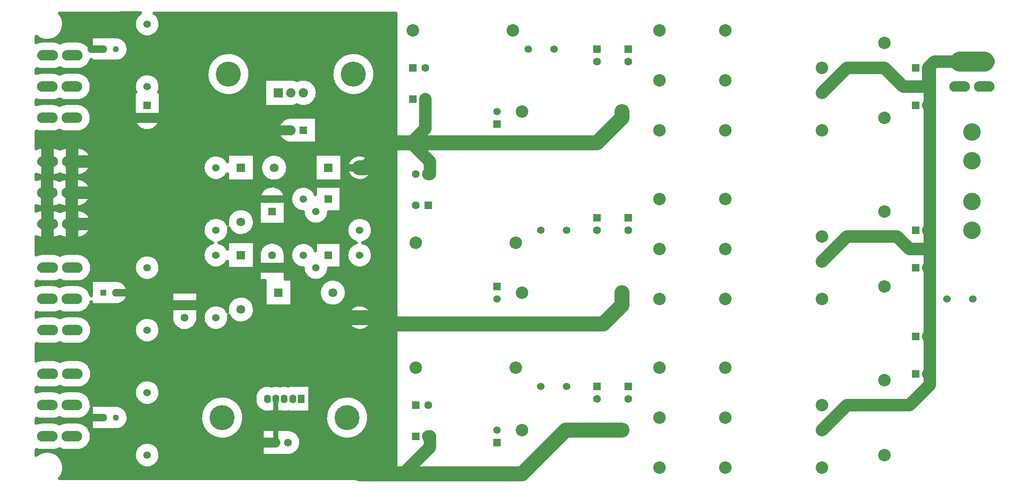
<source format=gtl>
G04 DipTrace 2.4.0.2*
%INpsu_1.GTL*%
%MOMM*%
%ADD13C,2.032*%
%ADD14C,1.524*%
%ADD15C,1.016*%
%ADD16C,1.27*%
%ADD17C,4.064*%
%ADD19C,2.54*%
%ADD21C,3.048*%
%ADD24C,0.635*%
%ADD25R,1.6X1.6*%
%ADD26C,1.6*%
%ADD29R,1.8X1.8*%
%ADD30C,1.8*%
%ADD32C,3.556*%
%ADD33R,1.5X1.5*%
%ADD34C,1.5*%
%ADD36R,1.27X1.27*%
%ADD37C,2.54*%
%ADD38C,1.524*%
%ADD39R,1.4X1.8*%
%ADD40O,1.4X1.8*%
%ADD41R,1.9X1.9*%
%ADD42C,1.9*%
%ADD46C,5.08*%
%FSLAX53Y53*%
G04*
G71*
G90*
G75*
G01*
%LNTop*%
%LPD*%
X194150Y96360D2*
D19*
X194468D1*
Y88740D1*
X194150D1*
X194468D2*
Y63340D1*
X194150D1*
X194468D2*
Y55720D1*
X194150D1*
X194468D2*
Y41750D1*
X194150D1*
X194468D2*
Y34130D1*
X194150D1*
X194468D2*
Y31908D1*
X190340Y27780D1*
X185260D1*
X194468Y63340D2*
Y59530D1*
X190340D1*
X187800Y62070D1*
X185260D1*
X194150Y96360D2*
Y92550D1*
X189070D1*
X185260Y96360D1*
X200580Y97630D2*
X195420D1*
X194150Y96360D1*
X200580Y97630D2*
D17*
X205580D1*
X185260Y62070D2*
D19*
X177640D1*
X172560Y56990D1*
X185260Y96360D2*
X177640D1*
X172560Y91280D1*
X185260Y27780D2*
X177640D1*
X172560Y22700D1*
X131920Y87470D2*
D21*
Y86200D1*
X126840Y81120D1*
X89058D1*
X84930D1*
X79850Y76040D1*
X78580D1*
X131920Y50640D2*
Y48100D1*
X128110Y44290D1*
X83660D1*
X82390Y45560D1*
X78580D1*
X131920Y22700D2*
X120490D1*
X111600Y13810D1*
X87471D1*
X78580D1*
X69690Y22700D1*
Y40480D1*
X74770Y45560D1*
X78580D1*
X92550Y74770D2*
D19*
X92868D1*
Y77311D1*
X89058Y81120D1*
X92550Y21430D2*
X92868D1*
Y19207D1*
X87471Y13810D1*
X61544Y29050D2*
D15*
Y20269D1*
X61435Y20160D1*
X91915Y90010D2*
D19*
Y83977D1*
X89058Y81120D1*
X18115Y106841D2*
D24*
X33248D1*
X37552D2*
X85824D1*
X18373Y106209D2*
X32891D1*
X37909D2*
X85824D1*
X18492Y105578D2*
X32732D1*
X38068D2*
X85824D1*
X18492Y104946D2*
X32722D1*
X38078D2*
X85824D1*
X18373Y104314D2*
X32881D1*
X37919D2*
X85824D1*
X18125Y103683D2*
X33228D1*
X37572D2*
X85824D1*
X17688Y103051D2*
X33893D1*
X36907D2*
X85824D1*
X16964Y102419D2*
X23941D1*
X30210D2*
X85824D1*
X12921Y101788D2*
X13652D1*
X16667D2*
X18653D1*
X21667D2*
X23941D1*
X31023D2*
X85824D1*
X23146Y101156D2*
X23941D1*
X31410D2*
X85824D1*
X31589Y100524D2*
X85824D1*
X31599Y99893D2*
X85824D1*
X31440Y99261D2*
X50423D1*
X53397D2*
X75823D1*
X78797D2*
X85824D1*
X31083Y98629D2*
X49222D1*
X54598D2*
X74622D1*
X79998D2*
X85824D1*
X30349Y97998D2*
X48538D1*
X55282D2*
X73938D1*
X80682D2*
X85824D1*
X23771Y97366D2*
X48071D1*
X55749D2*
X73471D1*
X81149D2*
X85824D1*
X23245Y96734D2*
X47754D1*
X56066D2*
X73154D1*
X81466D2*
X85824D1*
X17133Y96103D2*
X18187D1*
X22133D2*
X47555D1*
X56265D2*
X72955D1*
X81665D2*
X85824D1*
X12921Y95471D2*
X13821D1*
X16339D2*
X18812D1*
X21340D2*
X47456D1*
X56364D2*
X72856D1*
X81764D2*
X85824D1*
X23026Y94839D2*
X34042D1*
X36758D2*
X47446D1*
X56374D2*
X72846D1*
X81774D2*
X85824D1*
X23612Y94208D2*
X33298D1*
X37502D2*
X47526D1*
X56294D2*
X72926D1*
X81694D2*
X85824D1*
X23929Y93576D2*
X32921D1*
X37879D2*
X47704D1*
X56116D2*
X59194D1*
X68846D2*
X73104D1*
X81516D2*
X85824D1*
X24098Y92944D2*
X32742D1*
X38058D2*
X48002D1*
X55818D2*
X59194D1*
X69491D2*
X73402D1*
X81218D2*
X85824D1*
X24108Y92313D2*
X32722D1*
X38078D2*
X48428D1*
X55392D2*
X59194D1*
X69838D2*
X73828D1*
X80792D2*
X85824D1*
X23979Y91681D2*
X32851D1*
X37949D2*
X49054D1*
X54767D2*
X59194D1*
X69997D2*
X74454D1*
X80167D2*
X85824D1*
X23711Y91049D2*
X32672D1*
X38128D2*
X50085D1*
X53735D2*
X59194D1*
X70016D2*
X75485D1*
X79135D2*
X85824D1*
X23205Y90418D2*
X32672D1*
X38128D2*
X59194D1*
X69897D2*
X85824D1*
X17163Y89786D2*
X17998D1*
X22163D2*
X32672D1*
X38128D2*
X59194D1*
X69600D2*
X85824D1*
X12921Y89154D2*
X32672D1*
X38128D2*
X59194D1*
X69064D2*
X85824D1*
X22977Y88523D2*
X32672D1*
X38128D2*
X59194D1*
X65244D2*
X66516D1*
X67784D2*
X85824D1*
X23582Y87891D2*
X32672D1*
X38128D2*
X85824D1*
X23909Y87259D2*
X32672D1*
X38128D2*
X85824D1*
X24098Y86628D2*
X32672D1*
X38128D2*
X85824D1*
X24118Y85996D2*
X32682D1*
X38118D2*
X63262D1*
X69878D2*
X85824D1*
X23999Y85364D2*
X32801D1*
X37999D2*
X62498D1*
X69878D2*
X85824D1*
X23731Y84733D2*
X33109D1*
X37691D2*
X62101D1*
X69878D2*
X85824D1*
X23235Y84101D2*
X33694D1*
X37106D2*
X61912D1*
X69878D2*
X85824D1*
X17252Y83469D2*
X17909D1*
X22253D2*
X61882D1*
X69878D2*
X85824D1*
X12921Y82838D2*
X62011D1*
X69878D2*
X85824D1*
X12921Y82206D2*
X62309D1*
X69878D2*
X85824D1*
X12921Y81574D2*
X62885D1*
X69878D2*
X85824D1*
X12921Y80943D2*
X85824D1*
X12921Y80311D2*
X85824D1*
X22997Y79679D2*
X85824D1*
X23622Y79048D2*
X85824D1*
X23979Y78416D2*
X48180D1*
X50560D2*
X51623D1*
X57277D2*
X59700D1*
X62664D2*
X69403D1*
X75057D2*
X77390D1*
X79770D2*
X85824D1*
X24167Y77784D2*
X47337D1*
X57277D2*
X58965D1*
X63389D2*
X69403D1*
X75057D2*
X76547D1*
X80613D2*
X85824D1*
X24197Y77153D2*
X46920D1*
X57277D2*
X58588D1*
X63776D2*
X69403D1*
X75057D2*
X76130D1*
X81030D2*
X85824D1*
X24088Y76521D2*
X46722D1*
X57277D2*
X58390D1*
X63964D2*
X69403D1*
X75057D2*
X75932D1*
X81228D2*
X85824D1*
X23840Y75889D2*
X46682D1*
X57277D2*
X58350D1*
X64004D2*
X69403D1*
X75057D2*
X75892D1*
X81268D2*
X85824D1*
X23354Y75258D2*
X46801D1*
X57277D2*
X58459D1*
X63895D2*
X69403D1*
X75057D2*
X76011D1*
X81149D2*
X85824D1*
X17440Y74626D2*
X17879D1*
X22441D2*
X47089D1*
X57277D2*
X58737D1*
X63617D2*
X69403D1*
X75057D2*
X76299D1*
X80861D2*
X85824D1*
X12921Y73994D2*
X47655D1*
X51086D2*
X51623D1*
X57277D2*
X59253D1*
X63111D2*
X69403D1*
X75057D2*
X76865D1*
X80296D2*
X85824D1*
X22858Y73363D2*
X51623D1*
X57277D2*
X60424D1*
X61940D2*
X69403D1*
X75057D2*
X85824D1*
X23513Y72731D2*
X85824D1*
X23890Y72099D2*
X59591D1*
X62009D2*
X66070D1*
X68231D2*
X69552D1*
X74908D2*
X85824D1*
X24088Y71468D2*
X58747D1*
X62853D2*
X65167D1*
X69133D2*
X69559D1*
X74908D2*
X85824D1*
X24118Y70836D2*
X58330D1*
X63270D2*
X64730D1*
X74908D2*
X85824D1*
X24019Y70204D2*
X58122D1*
X63478D2*
X64522D1*
X74908D2*
X85824D1*
X23781Y69573D2*
X58072D1*
X63528D2*
X64472D1*
X74908D2*
X85824D1*
X23304Y68941D2*
X58072D1*
X63528D2*
X64581D1*
X74908D2*
X85824D1*
X22431Y68309D2*
X58072D1*
X63528D2*
X64859D1*
X74908D2*
X85824D1*
X12921Y67678D2*
X53727D1*
X55173D2*
X58072D1*
X63528D2*
X65415D1*
X74908D2*
X85824D1*
X22888Y67046D2*
X52536D1*
X56364D2*
X58072D1*
X63528D2*
X67012D1*
X72368D2*
X85824D1*
X23572Y66414D2*
X52010D1*
X56890D2*
X58072D1*
X63528D2*
X67111D1*
X72269D2*
X85824D1*
X23949Y65783D2*
X48339D1*
X50401D2*
X51732D1*
X57168D2*
X58072D1*
X63528D2*
X67399D1*
X71981D2*
X77549D1*
X79611D2*
X85824D1*
X24158Y65151D2*
X47397D1*
X57277D2*
X58072D1*
X63528D2*
X67935D1*
X71445D2*
X76607D1*
X80553D2*
X85824D1*
X24197Y64519D2*
X46960D1*
X57237D2*
X58072D1*
X63528D2*
X76170D1*
X80990D2*
X85824D1*
X24118Y63888D2*
X46732D1*
X57049D2*
X75942D1*
X81218D2*
X85824D1*
X23880Y63256D2*
X46682D1*
X56672D2*
X75892D1*
X81268D2*
X85824D1*
X23413Y62624D2*
X46781D1*
X51959D2*
X52953D1*
X55947D2*
X75991D1*
X81169D2*
X85824D1*
X22570Y61993D2*
X47049D1*
X51691D2*
X76259D1*
X80901D2*
X85824D1*
X12921Y61361D2*
X47575D1*
X51165D2*
X76785D1*
X80375D2*
X85824D1*
X12921Y60729D2*
X48409D1*
X50331D2*
X51623D1*
X57277D2*
X59729D1*
X61871D2*
X66218D1*
X68082D2*
X69552D1*
X74908D2*
X77619D1*
X79541D2*
X85824D1*
X12921Y60098D2*
X47426D1*
X57277D2*
X58807D1*
X62793D2*
X65226D1*
X69074D2*
X69552D1*
X74908D2*
X76636D1*
X80524D2*
X85824D1*
X12921Y59466D2*
X46970D1*
X57277D2*
X58360D1*
X63240D2*
X64760D1*
X74908D2*
X76180D1*
X80980D2*
X85824D1*
X12921Y58834D2*
X46742D1*
X57277D2*
X58132D1*
X63468D2*
X64532D1*
X74908D2*
X75952D1*
X81208D2*
X85824D1*
X22808Y58203D2*
X34468D1*
X36332D2*
X46682D1*
X57277D2*
X58072D1*
X63528D2*
X64472D1*
X74908D2*
X75892D1*
X81268D2*
X85824D1*
X23532Y57571D2*
X33466D1*
X37334D2*
X46771D1*
X57277D2*
X58072D1*
X63528D2*
X64561D1*
X74908D2*
X75981D1*
X81179D2*
X85824D1*
X23939Y56939D2*
X33010D1*
X37790D2*
X47029D1*
X57277D2*
X58072D1*
X63528D2*
X64829D1*
X74908D2*
X76239D1*
X80921D2*
X85824D1*
X24148Y56308D2*
X32772D1*
X38028D2*
X47545D1*
X51195D2*
X51623D1*
X57277D2*
X58072D1*
X63528D2*
X65345D1*
X74908D2*
X76755D1*
X80405D2*
X85824D1*
X24197Y55676D2*
X32712D1*
X38088D2*
X48825D1*
X49915D2*
X51623D1*
X57277D2*
X58072D1*
X63528D2*
X66675D1*
X74908D2*
X78035D1*
X79125D2*
X85824D1*
X24128Y55044D2*
X32792D1*
X38008D2*
X58072D1*
X63528D2*
X67101D1*
X72279D2*
X85824D1*
X23900Y54413D2*
X33059D1*
X37741D2*
X58072D1*
X63528D2*
X67359D1*
X72021D2*
X85824D1*
X23453Y53781D2*
X33565D1*
X37235D2*
X58072D1*
X63528D2*
X67865D1*
X71515D2*
X85824D1*
X22649Y53149D2*
X34786D1*
X36014D2*
X58072D1*
X64897D2*
X69135D1*
X70245D2*
X71894D1*
X74352D2*
X85824D1*
X12921Y52518D2*
X23941D1*
X30766D2*
X59243D1*
X64897D2*
X71021D1*
X75216D2*
X85824D1*
X22669Y51886D2*
X23941D1*
X31281D2*
X59243D1*
X64897D2*
X70584D1*
X75652D2*
X85824D1*
X23423Y51254D2*
X23941D1*
X31539D2*
X59243D1*
X64897D2*
X70356D1*
X75880D2*
X85824D1*
X31619Y50623D2*
X40292D1*
X45748D2*
X59243D1*
X64897D2*
X70286D1*
X75950D2*
X85824D1*
X31529Y49991D2*
X40292D1*
X45748D2*
X59243D1*
X64897D2*
X70366D1*
X75870D2*
X85824D1*
X31262Y49359D2*
X40292D1*
X45748D2*
X52645D1*
X56255D2*
X59243D1*
X64897D2*
X70604D1*
X75632D2*
X85824D1*
X30726Y48728D2*
X40292D1*
X45748D2*
X52070D1*
X56830D2*
X59243D1*
X64897D2*
X71060D1*
X75186D2*
X85824D1*
X23830Y48096D2*
X40292D1*
X45748D2*
X48617D1*
X50123D2*
X51762D1*
X57138D2*
X59243D1*
X64897D2*
X71973D1*
X74273D2*
X77827D1*
X79333D2*
X85824D1*
X23403Y47464D2*
X40292D1*
X45748D2*
X47496D1*
X51244D2*
X51633D1*
X57267D2*
X76706D1*
X80454D2*
X85824D1*
X22630Y46833D2*
X40292D1*
X45748D2*
X47010D1*
X57257D2*
X76220D1*
X80940D2*
X85824D1*
X12921Y46201D2*
X40292D1*
X45748D2*
X46762D1*
X57088D2*
X75972D1*
X81188D2*
X85824D1*
X22689Y45569D2*
X34697D1*
X36103D2*
X40292D1*
X45748D2*
X46682D1*
X56741D2*
X75892D1*
X81268D2*
X85824D1*
X23473Y44938D2*
X33536D1*
X37264D2*
X40362D1*
X45678D2*
X46752D1*
X51988D2*
X52804D1*
X56096D2*
X75962D1*
X81198D2*
X85824D1*
X23909Y44306D2*
X33040D1*
X37760D2*
X40600D1*
X45440D2*
X47000D1*
X51740D2*
X76210D1*
X80950D2*
X85824D1*
X24138Y43674D2*
X32792D1*
X38008D2*
X41066D1*
X44974D2*
X47476D1*
X51264D2*
X76686D1*
X80474D2*
X85824D1*
X24197Y43043D2*
X32712D1*
X38088D2*
X42078D1*
X43962D2*
X48547D1*
X50193D2*
X77757D1*
X79403D2*
X85824D1*
X24148Y42411D2*
X32782D1*
X38018D2*
X85824D1*
X23929Y41779D2*
X33020D1*
X37780D2*
X85824D1*
X23513Y41148D2*
X33496D1*
X37304D2*
X85824D1*
X22768Y40516D2*
X34538D1*
X36262D2*
X85824D1*
X12921Y39884D2*
X85824D1*
X12921Y39253D2*
X85824D1*
X12921Y38621D2*
X85824D1*
X12921Y37989D2*
X85824D1*
X12921Y37358D2*
X85824D1*
X22610Y36726D2*
X85824D1*
X23433Y36094D2*
X85824D1*
X23890Y35463D2*
X85824D1*
X24118Y34831D2*
X85824D1*
X24197Y34199D2*
X85824D1*
X24158Y33568D2*
X85824D1*
X23949Y32936D2*
X35074D1*
X35718D2*
X85824D1*
X23552Y32304D2*
X33615D1*
X37185D2*
X85824D1*
X22848Y31673D2*
X33079D1*
X37721D2*
X58926D1*
X69302D2*
X85824D1*
X12921Y31041D2*
X32811D1*
X37989D2*
X57934D1*
X69302D2*
X85824D1*
X22471Y30409D2*
X32712D1*
X38088D2*
X57477D1*
X69302D2*
X85824D1*
X23324Y29778D2*
X32762D1*
X38038D2*
X57259D1*
X69302D2*
X85824D1*
X23790Y29146D2*
X32980D1*
X37820D2*
X48538D1*
X52742D2*
X57199D1*
X69302D2*
X73938D1*
X78142D2*
X85824D1*
X24029Y28514D2*
X33427D1*
X37373D2*
X47625D1*
X53655D2*
X57229D1*
X69302D2*
X73025D1*
X79055D2*
X85824D1*
X24118Y27883D2*
X34349D1*
X36451D2*
X47049D1*
X54231D2*
X57398D1*
X69302D2*
X72449D1*
X79631D2*
X85824D1*
X30597Y27251D2*
X46652D1*
X54628D2*
X57765D1*
X69302D2*
X72052D1*
X80028D2*
X85824D1*
X31202Y26619D2*
X46394D1*
X54886D2*
X58499D1*
X69302D2*
X71794D1*
X80286D2*
X85824D1*
X23493Y25988D2*
X23941D1*
X31500D2*
X46236D1*
X55044D2*
X71636D1*
X80444D2*
X85824D1*
X22828Y25356D2*
X23941D1*
X31609D2*
X46176D1*
X55104D2*
X71576D1*
X80504D2*
X85824D1*
X12921Y24724D2*
X23941D1*
X31559D2*
X46196D1*
X55084D2*
X71596D1*
X80484D2*
X85824D1*
X17401Y24093D2*
X17752D1*
X22401D2*
X23941D1*
X31341D2*
X46325D1*
X54955D2*
X71725D1*
X80355D2*
X85824D1*
X23294Y23461D2*
X23941D1*
X30875D2*
X46543D1*
X54737D2*
X71943D1*
X80137D2*
X85824D1*
X29783Y22829D2*
X46891D1*
X54389D2*
X72291D1*
X79789D2*
X85824D1*
X24019Y22198D2*
X47387D1*
X53893D2*
X58707D1*
X65760D2*
X72787D1*
X79293D2*
X85824D1*
X24108Y21566D2*
X48141D1*
X53139D2*
X58707D1*
X66306D2*
X73541D1*
X78539D2*
X85824D1*
X24088Y20934D2*
X49639D1*
X51641D2*
X58707D1*
X66593D2*
X75039D1*
X77041D2*
X85824D1*
X23890Y20303D2*
X58707D1*
X66703D2*
X85824D1*
X23523Y19671D2*
X33694D1*
X37106D2*
X58707D1*
X66663D2*
X85824D1*
X22878Y19039D2*
X33129D1*
X37671D2*
X58707D1*
X66454D2*
X85824D1*
X12921Y18408D2*
X14506D1*
X15654D2*
X32831D1*
X37969D2*
X58707D1*
X66048D2*
X85824D1*
X17163Y17776D2*
X32712D1*
X38088D2*
X58707D1*
X65234D2*
X85824D1*
X17808Y17144D2*
X32752D1*
X38048D2*
X85824D1*
X18194Y16513D2*
X32950D1*
X37850D2*
X85824D1*
X18413Y15881D2*
X33367D1*
X37433D2*
X85824D1*
X18502Y15249D2*
X34200D1*
X36600D2*
X85824D1*
X18482Y14618D2*
X85824D1*
X18323Y13986D2*
X85824D1*
X18036Y13354D2*
X85824D1*
X66623Y19843D2*
X66567Y19531D1*
X66474Y19228D1*
X66345Y18937D1*
X66183Y18665D1*
X65990Y18413D1*
X65768Y18186D1*
X65521Y17987D1*
X65252Y17819D1*
X64965Y17684D1*
X64664Y17584D1*
X64353Y17520D1*
X64038Y17493D1*
X58768D1*
Y22827D1*
X64107Y22824D1*
X64423Y22789D1*
X64732Y22717D1*
X65030Y22609D1*
X65314Y22467D1*
X65578Y22291D1*
X65820Y22086D1*
X66036Y21853D1*
X66222Y21596D1*
X66377Y21319D1*
X66498Y21026D1*
X66582Y20720D1*
X66642Y20160D1*
X66623Y19843D1*
X64638Y80993D2*
X64483Y81003D1*
X64291Y81012D1*
X63857Y81102D1*
X63443Y81262D1*
X63061Y81489D1*
X62722Y81776D1*
X62436Y82115D1*
X62210Y82498D1*
X62050Y82912D1*
X61962Y83347D1*
X61946Y83791D1*
X62005Y84231D1*
X62136Y84655D1*
X62335Y85052D1*
X62597Y85410D1*
X62916Y85720D1*
X63281Y85972D1*
X63683Y86161D1*
X64111Y86280D1*
X64483Y86327D1*
X69817D1*
Y80993D1*
X64483D1*
X63459Y69817D2*
X63467Y68864D1*
Y64483D1*
X58133D1*
X58143Y69817D1*
X58152Y70010D1*
X58242Y70445D1*
X58403Y70859D1*
X58630Y71241D1*
X58917Y71579D1*
X59257Y71865D1*
X59639Y72091D1*
X60054Y72250D1*
X60489Y72339D1*
X60932Y72354D1*
X61373Y72295D1*
X61797Y72164D1*
X62193Y71964D1*
X62551Y71701D1*
X62861Y71383D1*
X63113Y71018D1*
X63301Y70615D1*
X63420Y70188D1*
X63464Y69816D1*
X63465Y58387D2*
X63467Y53408D1*
X64837Y53407D1*
Y47873D1*
X59303D1*
Y53062D1*
X59022Y53053D1*
X58133D1*
X58140Y58454D1*
X58182Y58769D1*
X58261Y59076D1*
X58376Y59372D1*
X58525Y59652D1*
X58706Y59912D1*
X58917Y60149D1*
X59155Y60359D1*
X59416Y60540D1*
X59697Y60688D1*
X59993Y60802D1*
X60301Y60880D1*
X60615Y60921D1*
X60932Y60924D1*
X61248Y60889D1*
X61557Y60817D1*
X61855Y60709D1*
X62139Y60567D1*
X62403Y60391D1*
X62645Y60186D1*
X62861Y59953D1*
X63047Y59696D1*
X63202Y59419D1*
X63323Y59126D1*
X63407Y58820D1*
X63467Y58260D1*
X63466Y58250D1*
X37764Y91407D2*
X38067D1*
X38057Y86073D1*
X38048Y85883D1*
X37959Y85448D1*
X37799Y85034D1*
X37572Y84652D1*
X37285Y84314D1*
X36946Y84027D1*
X36564Y83801D1*
X36150Y83641D1*
X35715Y83552D1*
X35271Y83536D1*
X34831Y83595D1*
X34407Y83725D1*
X34010Y83924D1*
X33652Y84186D1*
X33342Y84504D1*
X33089Y84869D1*
X32900Y85271D1*
X32781Y85699D1*
X32733Y86073D1*
Y91407D1*
X33041D1*
X32943Y91615D1*
X32848Y91917D1*
X32791Y92229D1*
X32771Y92546D1*
X32790Y92863D1*
X32846Y93175D1*
X32940Y93478D1*
X33070Y93768D1*
X33234Y94040D1*
X33429Y94290D1*
X33653Y94514D1*
X33902Y94711D1*
X34174Y94875D1*
X34463Y95006D1*
X34765Y95101D1*
X35077Y95159D1*
X35394Y95179D1*
X35711Y95160D1*
X36023Y95104D1*
X36326Y95010D1*
X36616Y94881D1*
X36888Y94717D1*
X37138Y94522D1*
X37363Y94299D1*
X37560Y94049D1*
X37724Y93778D1*
X37855Y93489D1*
X37951Y93186D1*
X38009Y92875D1*
X38029Y92550D1*
X38010Y92233D1*
X37953Y91921D1*
X37858Y91618D1*
X37765Y91410D1*
X40417Y50767D2*
X45687D1*
Y45560D1*
X45668Y45243D1*
X45612Y44931D1*
X45519Y44628D1*
X45390Y44337D1*
X45228Y44065D1*
X45035Y43813D1*
X44813Y43586D1*
X44566Y43387D1*
X44297Y43219D1*
X44010Y43084D1*
X43709Y42984D1*
X43398Y42920D1*
X43082Y42894D1*
X42765Y42905D1*
X42451Y42955D1*
X42146Y43041D1*
X41853Y43162D1*
X41576Y43318D1*
X41320Y43505D1*
X41088Y43722D1*
X40883Y43964D1*
X40709Y44229D1*
X40567Y44513D1*
X40460Y44812D1*
X40389Y45121D1*
X40353Y45560D1*
Y50767D1*
X40417D1*
X69781Y78807D2*
X74997D1*
Y73273D1*
X69463D1*
Y78807D1*
X69781D1*
X63929Y75723D2*
X63874Y75411D1*
X63785Y75106D1*
X63661Y74814D1*
X63504Y74538D1*
X63317Y74282D1*
X63101Y74049D1*
X62861Y73842D1*
X62598Y73664D1*
X62317Y73517D1*
X62020Y73404D1*
X61713Y73325D1*
X61399Y73282D1*
X61081Y73275D1*
X60765Y73304D1*
X60455Y73370D1*
X60154Y73470D1*
X59866Y73605D1*
X59596Y73771D1*
X59347Y73968D1*
X59122Y74191D1*
X58923Y74439D1*
X58755Y74708D1*
X58618Y74994D1*
X58515Y75294D1*
X58448Y75604D1*
X58416Y75920D1*
X58420Y76237D1*
X58461Y76552D1*
X58537Y76860D1*
X58649Y77157D1*
X58793Y77440D1*
X58969Y77704D1*
X59174Y77946D1*
X59406Y78163D1*
X59660Y78352D1*
X59935Y78511D1*
X60226Y78637D1*
X60530Y78729D1*
X60842Y78786D1*
X61159Y78807D1*
X61476Y78791D1*
X61789Y78739D1*
X62094Y78652D1*
X62387Y78530D1*
X62664Y78375D1*
X62922Y78190D1*
X63156Y77976D1*
X63365Y77737D1*
X63545Y77476D1*
X63694Y77196D1*
X63810Y76900D1*
X63891Y76594D1*
X63947Y76040D1*
X63929Y75723D1*
X75869Y50323D2*
X75814Y50011D1*
X75725Y49706D1*
X75601Y49414D1*
X75444Y49138D1*
X75257Y48882D1*
X75041Y48649D1*
X74801Y48442D1*
X74538Y48264D1*
X74257Y48117D1*
X73960Y48004D1*
X73653Y47925D1*
X73339Y47882D1*
X73021Y47875D1*
X72705Y47904D1*
X72395Y47970D1*
X72094Y48070D1*
X71806Y48205D1*
X71536Y48371D1*
X71287Y48568D1*
X71062Y48791D1*
X70863Y49039D1*
X70695Y49308D1*
X70558Y49594D1*
X70455Y49894D1*
X70388Y50204D1*
X70356Y50520D1*
X70360Y50837D1*
X70401Y51152D1*
X70477Y51460D1*
X70589Y51757D1*
X70733Y52040D1*
X70909Y52304D1*
X71114Y52546D1*
X71346Y52763D1*
X71600Y52952D1*
X71875Y53111D1*
X72166Y53237D1*
X72470Y53329D1*
X72782Y53386D1*
X73099Y53407D1*
X73416Y53391D1*
X73729Y53339D1*
X74034Y53252D1*
X74327Y53130D1*
X74604Y52975D1*
X74862Y52790D1*
X75096Y52576D1*
X75305Y52337D1*
X75485Y52076D1*
X75634Y51796D1*
X75750Y51500D1*
X75831Y51194D1*
X75887Y50640D1*
X75869Y50323D1*
X52001Y78807D2*
X57217D1*
Y73273D1*
X51683D1*
Y74791D1*
X51534Y74547D1*
X51338Y74297D1*
X51114Y74073D1*
X50864Y73877D1*
X50593Y73713D1*
X50304Y73582D1*
X50001Y73488D1*
X49689Y73431D1*
X49372Y73411D1*
X49055Y73430D1*
X48743Y73487D1*
X48440Y73581D1*
X48151Y73711D1*
X47879Y73875D1*
X47629Y74070D1*
X47404Y74294D1*
X47208Y74544D1*
X47044Y74815D1*
X46913Y75105D1*
X46818Y75407D1*
X46761Y75719D1*
X46741Y76036D1*
X46760Y76353D1*
X46816Y76665D1*
X46910Y76968D1*
X47040Y77258D1*
X47204Y77530D1*
X47399Y77780D1*
X47623Y78004D1*
X47872Y78201D1*
X48144Y78365D1*
X48433Y78496D1*
X48735Y78591D1*
X49047Y78649D1*
X49364Y78669D1*
X49681Y78650D1*
X49993Y78594D1*
X50296Y78500D1*
X50586Y78371D1*
X50858Y78207D1*
X51108Y78012D1*
X51333Y77789D1*
X51530Y77539D1*
X51679Y77294D1*
X51683Y78807D1*
X52001D1*
X57199Y64673D2*
X57144Y64361D1*
X57055Y64056D1*
X56931Y63764D1*
X56774Y63488D1*
X56587Y63232D1*
X56371Y62999D1*
X56131Y62792D1*
X55868Y62614D1*
X55587Y62467D1*
X55290Y62354D1*
X54983Y62275D1*
X54669Y62232D1*
X54351Y62225D1*
X54035Y62254D1*
X53725Y62320D1*
X53424Y62420D1*
X53136Y62555D1*
X52866Y62721D1*
X52617Y62918D1*
X52392Y63141D1*
X52193Y63389D1*
X51961Y63792D1*
X51999Y63340D1*
X51980Y63023D1*
X51923Y62711D1*
X51828Y62408D1*
X51698Y62119D1*
X51534Y61847D1*
X51338Y61597D1*
X51114Y61373D1*
X50864Y61177D1*
X50593Y61013D1*
X50304Y60882D1*
X50048Y60803D1*
X50586Y60591D1*
X50858Y60427D1*
X51108Y60232D1*
X51333Y60009D1*
X51530Y59759D1*
X51679Y59514D1*
X51683Y61027D1*
X57217D1*
Y55493D1*
X51683D1*
Y57011D1*
X51534Y56767D1*
X51338Y56517D1*
X51114Y56293D1*
X50864Y56097D1*
X50593Y55933D1*
X50304Y55802D1*
X50001Y55708D1*
X49689Y55651D1*
X49372Y55631D1*
X49055Y55650D1*
X48743Y55707D1*
X48440Y55801D1*
X48151Y55931D1*
X47879Y56095D1*
X47629Y56290D1*
X47404Y56514D1*
X47208Y56764D1*
X47044Y57035D1*
X46913Y57325D1*
X46818Y57627D1*
X46761Y57939D1*
X46741Y58256D1*
X46760Y58573D1*
X46816Y58885D1*
X46910Y59188D1*
X47040Y59478D1*
X47204Y59750D1*
X47399Y60000D1*
X47623Y60224D1*
X47872Y60421D1*
X48144Y60585D1*
X48433Y60716D1*
X48688Y60796D1*
X48151Y61011D1*
X47879Y61175D1*
X47629Y61370D1*
X47404Y61594D1*
X47208Y61844D1*
X47044Y62115D1*
X46913Y62405D1*
X46818Y62707D1*
X46761Y63019D1*
X46741Y63336D1*
X46760Y63653D1*
X46816Y63965D1*
X46910Y64268D1*
X47040Y64558D1*
X47204Y64830D1*
X47399Y65080D1*
X47623Y65304D1*
X47872Y65501D1*
X48144Y65665D1*
X48433Y65796D1*
X48735Y65891D1*
X49047Y65949D1*
X49364Y65969D1*
X49681Y65950D1*
X49993Y65894D1*
X50296Y65800D1*
X50586Y65671D1*
X50858Y65507D1*
X51108Y65312D1*
X51333Y65089D1*
X51530Y64839D1*
X51731Y64487D1*
X51686Y64870D1*
X51690Y65187D1*
X51731Y65502D1*
X51807Y65810D1*
X51919Y66107D1*
X52063Y66390D1*
X52239Y66654D1*
X52444Y66896D1*
X52676Y67113D1*
X52930Y67302D1*
X53205Y67461D1*
X53496Y67587D1*
X53800Y67679D1*
X54112Y67736D1*
X54429Y67757D1*
X54746Y67741D1*
X55059Y67689D1*
X55364Y67602D1*
X55657Y67480D1*
X55934Y67325D1*
X56192Y67140D1*
X56426Y66926D1*
X56635Y66687D1*
X56815Y66426D1*
X56964Y66146D1*
X57080Y65850D1*
X57161Y65544D1*
X57217Y64990D1*
X57199Y64673D1*
Y46893D2*
X57144Y46581D1*
X57055Y46276D1*
X56931Y45984D1*
X56774Y45708D1*
X56587Y45452D1*
X56371Y45219D1*
X56131Y45012D1*
X55868Y44834D1*
X55587Y44687D1*
X55290Y44574D1*
X54983Y44495D1*
X54669Y44452D1*
X54351Y44445D1*
X54035Y44474D1*
X53725Y44540D1*
X53424Y44640D1*
X53136Y44775D1*
X52866Y44941D1*
X52617Y45138D1*
X52392Y45361D1*
X52193Y45609D1*
X51961Y46012D1*
X51999Y45560D1*
X51980Y45243D1*
X51923Y44931D1*
X51828Y44628D1*
X51698Y44339D1*
X51534Y44067D1*
X51338Y43817D1*
X51114Y43593D1*
X50864Y43397D1*
X50593Y43233D1*
X50304Y43102D1*
X50001Y43008D1*
X49689Y42951D1*
X49372Y42931D1*
X49055Y42950D1*
X48743Y43007D1*
X48440Y43101D1*
X48151Y43231D1*
X47879Y43395D1*
X47629Y43590D1*
X47404Y43814D1*
X47208Y44064D1*
X47044Y44335D1*
X46913Y44625D1*
X46818Y44927D1*
X46761Y45239D1*
X46741Y45556D1*
X46760Y45873D1*
X46816Y46185D1*
X46910Y46488D1*
X47040Y46778D1*
X47204Y47050D1*
X47399Y47300D1*
X47623Y47524D1*
X47872Y47721D1*
X48144Y47885D1*
X48433Y48016D1*
X48735Y48111D1*
X49047Y48169D1*
X49364Y48189D1*
X49681Y48170D1*
X49993Y48114D1*
X50296Y48020D1*
X50586Y47891D1*
X50858Y47727D1*
X51108Y47532D1*
X51333Y47309D1*
X51530Y47059D1*
X51731Y46707D1*
X51686Y47090D1*
X51690Y47407D1*
X51731Y47722D1*
X51807Y48030D1*
X51919Y48327D1*
X52063Y48610D1*
X52239Y48874D1*
X52444Y49116D1*
X52676Y49333D1*
X52930Y49522D1*
X53205Y49681D1*
X53496Y49807D1*
X53800Y49899D1*
X54112Y49956D1*
X54429Y49977D1*
X54746Y49961D1*
X55059Y49909D1*
X55364Y49822D1*
X55657Y49700D1*
X55934Y49545D1*
X56192Y49360D1*
X56426Y49146D1*
X56635Y48907D1*
X56815Y48646D1*
X56964Y48366D1*
X57080Y48070D1*
X57161Y47764D1*
X57217Y47210D1*
X57199Y46893D1*
X18432Y14763D2*
X18313Y14140D1*
X18080Y13551D1*
X17740Y13015D1*
X17620Y12858D1*
X85883D1*
Y107473D1*
X36799D1*
X37138Y107222D1*
X37363Y106999D1*
X37560Y106749D1*
X37724Y106478D1*
X37855Y106189D1*
X37951Y105886D1*
X38009Y105575D1*
X38029Y105250D1*
X38010Y104933D1*
X37953Y104621D1*
X37858Y104318D1*
X37728Y104029D1*
X37564Y103757D1*
X37368Y103507D1*
X37144Y103283D1*
X36894Y103087D1*
X36623Y102923D1*
X36334Y102792D1*
X36031Y102698D1*
X35719Y102641D1*
X35402Y102621D1*
X35085Y102640D1*
X34773Y102697D1*
X34470Y102791D1*
X34181Y102921D1*
X33909Y103085D1*
X33659Y103280D1*
X33434Y103504D1*
X33238Y103754D1*
X33074Y104025D1*
X32943Y104315D1*
X32848Y104617D1*
X32791Y104929D1*
X32771Y105246D1*
X32790Y105563D1*
X32846Y105875D1*
X32940Y106178D1*
X33070Y106468D1*
X33234Y106740D1*
X33429Y106990D1*
X33653Y107214D1*
X34013Y107478D1*
X25558Y107473D1*
X17612Y107469D1*
X17984Y106955D1*
X18252Y106380D1*
X18407Y105765D1*
X18447Y105250D1*
X18387Y104619D1*
X18210Y104010D1*
X17922Y103445D1*
X17533Y102944D1*
X17058Y102525D1*
X16512Y102203D1*
X15915Y101988D1*
X15289Y101890D1*
X14655Y101910D1*
X14036Y102049D1*
X13455Y102301D1*
X12931Y102658D1*
X12858Y102710D1*
Y101549D1*
X13195Y101682D1*
X13774Y101798D1*
X14100Y101826D1*
X16219D1*
X16783Y101756D1*
X17142Y101677D1*
X17314Y101613D1*
X17666Y101426D1*
X18022Y101620D1*
X18195Y101682D1*
X18774Y101798D1*
X19100Y101826D1*
X21219D1*
X21783Y101756D1*
X22142Y101677D1*
X22314Y101613D1*
X22832Y101330D1*
X23036Y101194D1*
X23176Y101075D1*
X23566Y100632D1*
X23711Y100434D1*
X23802Y100275D1*
X24008Y99764D1*
Y102672D1*
X29325Y102657D1*
X29637Y102602D1*
X29940Y102508D1*
X30229Y102377D1*
X30499Y102210D1*
X30745Y102010D1*
X30964Y101781D1*
X31153Y101525D1*
X31308Y101248D1*
X31426Y100954D1*
X31506Y100647D1*
X31552Y100170D1*
X31532Y99853D1*
X31472Y99542D1*
X31373Y99240D1*
X31236Y98954D1*
X31065Y98687D1*
X30861Y98444D1*
X30628Y98229D1*
X30370Y98044D1*
X30090Y97894D1*
X29794Y97781D1*
X29485Y97706D1*
X29021Y97673D1*
X28123Y97668D1*
X24008D1*
Y98055D1*
X23794Y97510D1*
X23701Y97351D1*
X23332Y96890D1*
X23163Y96713D1*
X23022Y96596D1*
X22518Y96289D1*
X22298Y96180D1*
X22125Y96118D1*
X21546Y96002D1*
X21220Y95974D1*
X19101D1*
X18537Y96044D1*
X18178Y96123D1*
X18006Y96187D1*
X17654Y96374D1*
X17298Y96180D1*
X17125Y96118D1*
X16546Y96002D1*
X16220Y95974D1*
X14101D1*
X13537Y96044D1*
X13178Y96123D1*
X13000Y96190D1*
X12858Y96043D1*
Y95239D1*
X13115Y95332D1*
X13694Y95448D1*
X14020Y95476D1*
X16139D1*
X16703Y95406D1*
X17062Y95327D1*
X17234Y95263D1*
X17586Y95076D1*
X17942Y95270D1*
X18115Y95332D1*
X18694Y95448D1*
X19020Y95476D1*
X21139D1*
X21703Y95406D1*
X22062Y95327D1*
X22234Y95263D1*
X22752Y94980D1*
X22956Y94844D1*
X23096Y94725D1*
X23486Y94282D1*
X23631Y94084D1*
X23722Y93925D1*
X23937Y93375D1*
X24005Y93140D1*
X24036Y92959D1*
X24050Y92369D1*
X24034Y92124D1*
X24001Y91944D1*
X23812Y91384D1*
X23714Y91160D1*
X23621Y91001D1*
X23252Y90540D1*
X23083Y90363D1*
X22942Y90246D1*
X22438Y89939D1*
X22218Y89830D1*
X22045Y89768D1*
X21466Y89652D1*
X21140Y89624D1*
X19021D1*
X18457Y89694D1*
X18098Y89773D1*
X17926Y89837D1*
X17574Y90024D1*
X17218Y89830D1*
X17045Y89768D1*
X16466Y89652D1*
X16140Y89624D1*
X14021D1*
X13457Y89694D1*
X13098Y89773D1*
X12920Y89840D1*
X12858Y89693D1*
Y88889D1*
X13115Y88982D1*
X13694Y89098D1*
X14020Y89126D1*
X16139D1*
X16703Y89056D1*
X17062Y88977D1*
X17234Y88913D1*
X17586Y88726D1*
X17942Y88920D1*
X18115Y88982D1*
X18694Y89098D1*
X19020Y89126D1*
X21139D1*
X21703Y89056D1*
X22062Y88977D1*
X22234Y88913D1*
X22752Y88630D1*
X22956Y88494D1*
X23096Y88375D1*
X23486Y87932D1*
X23631Y87734D1*
X23722Y87575D1*
X23937Y87025D1*
X24005Y86790D1*
X24036Y86609D1*
X24050Y86019D1*
X24034Y85774D1*
X24001Y85594D1*
X23812Y85034D1*
X23714Y84810D1*
X23621Y84651D1*
X23252Y84190D1*
X23083Y84013D1*
X22942Y83896D1*
X22438Y83589D1*
X22218Y83480D1*
X22045Y83418D1*
X21466Y83302D1*
X21140Y83274D1*
X19021D1*
X18457Y83344D1*
X18098Y83423D1*
X17926Y83487D1*
X17574Y83674D1*
X17218Y83480D1*
X17045Y83418D1*
X16466Y83302D1*
X16140Y83274D1*
X14021D1*
X13457Y83344D1*
X13098Y83423D1*
X12920Y83490D1*
X12858Y83343D1*
Y79952D1*
X13149Y80077D1*
X13474Y80155D1*
X14026Y80235D1*
X16409Y80227D1*
X17028Y80119D1*
X17328Y80017D1*
X17659Y79839D1*
X18030Y80033D1*
X18333Y80128D1*
X18963Y80231D1*
X21068Y80236D1*
X21472Y80219D1*
X22089Y80102D1*
X22386Y79990D1*
X22940Y79673D1*
X23187Y79474D1*
X23492Y79129D1*
X23715Y78837D1*
X23861Y78555D1*
X24073Y77953D1*
X24124Y77640D1*
X24126Y77002D1*
X24078Y76688D1*
X23931Y76251D1*
X23790Y75912D1*
X23619Y75645D1*
X23203Y75161D1*
X22958Y74960D1*
X22406Y74639D1*
X22110Y74524D1*
X21658Y74432D1*
X21294Y74385D1*
X18911Y74393D1*
X18292Y74501D1*
X17992Y74603D1*
X17661Y74781D1*
X17290Y74587D1*
X16987Y74492D1*
X16357Y74389D1*
X14252Y74384D1*
X13848Y74401D1*
X13231Y74518D1*
X12934Y74630D1*
X12857Y74669D1*
X12858Y73649D1*
X13185Y73761D1*
X13820Y73876D1*
X14337Y73886D1*
X16329Y73877D1*
X16948Y73769D1*
X17248Y73667D1*
X17579Y73489D1*
X17950Y73683D1*
X18253Y73778D1*
X18883Y73881D1*
X20988Y73886D1*
X21392Y73869D1*
X22009Y73752D1*
X22306Y73640D1*
X22860Y73323D1*
X23107Y73124D1*
X23412Y72779D1*
X23635Y72487D1*
X23781Y72205D1*
X23993Y71603D1*
X24044Y71290D1*
X24046Y70652D1*
X23998Y70338D1*
X23851Y69901D1*
X23710Y69562D1*
X23539Y69295D1*
X23123Y68811D1*
X22878Y68610D1*
X22326Y68289D1*
X22030Y68174D1*
X21578Y68082D1*
X21214Y68035D1*
X18831Y68043D1*
X18212Y68151D1*
X17912Y68253D1*
X17581Y68431D1*
X17210Y68237D1*
X16907Y68142D1*
X16277Y68039D1*
X14172Y68034D1*
X13768Y68051D1*
X13151Y68168D1*
X12858Y68278D1*
Y67252D1*
X13149Y67377D1*
X13474Y67455D1*
X14026Y67535D1*
X16409Y67527D1*
X17028Y67419D1*
X17328Y67317D1*
X17659Y67139D1*
X18030Y67333D1*
X18333Y67428D1*
X18963Y67531D1*
X21068Y67536D1*
X21472Y67519D1*
X22089Y67402D1*
X22386Y67290D1*
X22940Y66973D1*
X23187Y66774D1*
X23492Y66429D1*
X23715Y66137D1*
X23861Y65855D1*
X24073Y65253D1*
X24124Y64940D1*
X24126Y64302D1*
X24078Y63988D1*
X23931Y63551D1*
X23790Y63212D1*
X23619Y62945D1*
X23203Y62461D1*
X22958Y62260D1*
X22406Y61939D1*
X22110Y61824D1*
X21658Y61732D1*
X21294Y61685D1*
X18911Y61693D1*
X18292Y61801D1*
X17992Y61903D1*
X17661Y62081D1*
X17290Y61887D1*
X16987Y61792D1*
X16357Y61689D1*
X14252Y61684D1*
X13848Y61701D1*
X13231Y61818D1*
X12934Y61930D1*
X12857Y61969D1*
X12858Y58369D1*
X13195Y58502D1*
X13774Y58618D1*
X14100Y58646D1*
X16219D1*
X16783Y58576D1*
X17142Y58497D1*
X17314Y58433D1*
X17666Y58246D1*
X18022Y58440D1*
X18195Y58502D1*
X18774Y58618D1*
X19100Y58646D1*
X21219D1*
X21783Y58576D1*
X22142Y58497D1*
X22314Y58433D1*
X22832Y58150D1*
X23036Y58014D1*
X23176Y57895D1*
X23566Y57452D1*
X23711Y57254D1*
X23802Y57095D1*
X24017Y56545D1*
X24085Y56310D1*
X24116Y56129D1*
X24130Y55539D1*
X24114Y55294D1*
X24081Y55114D1*
X23892Y54554D1*
X23794Y54330D1*
X23701Y54171D1*
X23332Y53710D1*
X23163Y53533D1*
X23022Y53416D1*
X22518Y53109D1*
X22298Y53000D1*
X22125Y52938D1*
X21546Y52822D1*
X21220Y52794D1*
X19101D1*
X18537Y52864D1*
X18178Y52943D1*
X18006Y53007D1*
X17654Y53194D1*
X17298Y53000D1*
X17125Y52938D1*
X16546Y52822D1*
X16220Y52794D1*
X14101D1*
X13537Y52864D1*
X13178Y52943D1*
X13000Y53010D1*
X12858Y52863D1*
Y52059D1*
X13115Y52152D1*
X13694Y52268D1*
X14020Y52296D1*
X16139D1*
X16703Y52226D1*
X17062Y52147D1*
X17234Y52083D1*
X17586Y51896D1*
X17942Y52090D1*
X18115Y52152D1*
X18694Y52268D1*
X19020Y52296D1*
X21139D1*
X21703Y52226D1*
X22062Y52147D1*
X22234Y52083D1*
X22752Y51800D1*
X22956Y51664D1*
X23096Y51545D1*
X23486Y51102D1*
X23631Y50904D1*
X23722Y50745D1*
X23937Y50195D1*
X23992Y50012D1*
X24008Y50361D1*
Y53142D1*
X29012Y53132D1*
X29261Y53133D1*
X29637Y53072D1*
X29999Y52955D1*
X30339Y52784D1*
X30650Y52564D1*
X30923Y52299D1*
X31153Y51995D1*
X31334Y51661D1*
X31463Y51302D1*
X31535Y50929D1*
X31549Y50513D1*
X31501Y50136D1*
X31396Y49770D1*
X31236Y49424D1*
X31027Y49106D1*
X30771Y48824D1*
X30476Y48584D1*
X30147Y48392D1*
X29794Y48251D1*
X29423Y48166D1*
X29012Y48138D1*
X24008D1*
X24001Y48764D1*
X23812Y48204D1*
X23714Y47980D1*
X23621Y47821D1*
X23252Y47360D1*
X23083Y47183D1*
X22942Y47066D1*
X22438Y46759D1*
X22218Y46650D1*
X22045Y46588D1*
X21466Y46472D1*
X21140Y46444D1*
X19021D1*
X18457Y46514D1*
X18098Y46593D1*
X17926Y46657D1*
X17574Y46844D1*
X17218Y46650D1*
X17045Y46588D1*
X16466Y46472D1*
X16140Y46444D1*
X14021D1*
X13457Y46514D1*
X13098Y46593D1*
X12920Y46660D1*
X12858Y46513D1*
Y45669D1*
X13195Y45802D1*
X13774Y45918D1*
X14100Y45946D1*
X16219D1*
X16783Y45876D1*
X17142Y45797D1*
X17314Y45733D1*
X17666Y45546D1*
X18022Y45740D1*
X18195Y45802D1*
X18774Y45918D1*
X19100Y45946D1*
X21219D1*
X21783Y45876D1*
X22142Y45797D1*
X22314Y45733D1*
X22832Y45450D1*
X23036Y45314D1*
X23176Y45195D1*
X23566Y44752D1*
X23711Y44554D1*
X23802Y44395D1*
X24017Y43845D1*
X24085Y43610D1*
X24116Y43429D1*
X24130Y42839D1*
X24114Y42594D1*
X24081Y42414D1*
X23892Y41854D1*
X23794Y41630D1*
X23701Y41471D1*
X23332Y41010D1*
X23163Y40833D1*
X23022Y40716D1*
X22518Y40409D1*
X22298Y40300D1*
X22125Y40238D1*
X21546Y40122D1*
X21220Y40094D1*
X19101D1*
X18537Y40164D1*
X18178Y40243D1*
X18006Y40307D1*
X17654Y40494D1*
X17298Y40300D1*
X17125Y40238D1*
X16546Y40122D1*
X16220Y40094D1*
X14101D1*
X13537Y40164D1*
X13178Y40243D1*
X13000Y40310D1*
X12858Y40163D1*
Y36779D1*
X13195Y36912D1*
X13774Y37028D1*
X14100Y37056D1*
X16219D1*
X16783Y36986D1*
X17142Y36907D1*
X17314Y36843D1*
X17666Y36656D1*
X18022Y36850D1*
X18195Y36912D1*
X18774Y37028D1*
X19100Y37056D1*
X21219D1*
X21783Y36986D1*
X22142Y36907D1*
X22314Y36843D1*
X22832Y36560D1*
X23036Y36424D1*
X23176Y36305D1*
X23566Y35862D1*
X23711Y35664D1*
X23802Y35505D1*
X24017Y34955D1*
X24085Y34720D1*
X24116Y34539D1*
X24130Y33949D1*
X24114Y33704D1*
X24081Y33524D1*
X23892Y32964D1*
X23794Y32740D1*
X23701Y32581D1*
X23332Y32120D1*
X23163Y31943D1*
X23022Y31826D1*
X22518Y31519D1*
X22298Y31410D1*
X22125Y31348D1*
X21546Y31232D1*
X21220Y31204D1*
X19101D1*
X18537Y31274D1*
X18178Y31353D1*
X18006Y31417D1*
X17654Y31604D1*
X17298Y31410D1*
X17125Y31348D1*
X16546Y31232D1*
X16220Y31204D1*
X14101D1*
X13537Y31274D1*
X13178Y31353D1*
X13000Y31420D1*
X12858Y31273D1*
Y30469D1*
X13115Y30562D1*
X13694Y30678D1*
X14020Y30706D1*
X16139D1*
X16703Y30636D1*
X17062Y30557D1*
X17234Y30493D1*
X17586Y30306D1*
X17942Y30500D1*
X18115Y30562D1*
X18694Y30678D1*
X19020Y30706D1*
X21139D1*
X21703Y30636D1*
X22062Y30557D1*
X22234Y30493D1*
X22752Y30210D1*
X22956Y30074D1*
X23096Y29955D1*
X23486Y29512D1*
X23631Y29314D1*
X23722Y29155D1*
X23937Y28605D1*
X24005Y28370D1*
X24036Y28189D1*
X24050Y27744D1*
X29012Y27740D1*
X29325Y27727D1*
X29637Y27672D1*
X29940Y27578D1*
X30229Y27447D1*
X30499Y27280D1*
X30745Y27080D1*
X30964Y26851D1*
X31153Y26595D1*
X31308Y26318D1*
X31426Y26024D1*
X31506Y25717D1*
X31552Y25240D1*
X31532Y24923D1*
X31472Y24612D1*
X31373Y24310D1*
X31236Y24024D1*
X31065Y23757D1*
X30861Y23514D1*
X30628Y23299D1*
X30370Y23114D1*
X30090Y22964D1*
X29794Y22851D1*
X29485Y22776D1*
X29021Y22743D1*
X28123Y22738D1*
X24008D1*
X24001Y27174D1*
X23812Y26614D1*
X23714Y26390D1*
X23621Y26231D1*
X23252Y25770D1*
X23083Y25593D1*
X22942Y25476D1*
X22438Y25169D1*
X22218Y25060D1*
X22045Y24998D1*
X21466Y24882D1*
X21140Y24854D1*
X19021D1*
X18457Y24924D1*
X18098Y25003D1*
X17926Y25067D1*
X17574Y25254D1*
X17218Y25060D1*
X17045Y24998D1*
X16466Y24882D1*
X16140Y24854D1*
X14021D1*
X13457Y24924D1*
X13098Y25003D1*
X12920Y25070D1*
X12858Y24923D1*
Y24119D1*
X13115Y24212D1*
X13694Y24328D1*
X14020Y24356D1*
X16139D1*
X16703Y24286D1*
X17062Y24207D1*
X17234Y24143D1*
X17586Y23956D1*
X17942Y24150D1*
X18115Y24212D1*
X18694Y24328D1*
X19020Y24356D1*
X21139D1*
X21703Y24286D1*
X22062Y24207D1*
X22234Y24143D1*
X22752Y23860D1*
X22956Y23724D1*
X23096Y23605D1*
X23486Y23162D1*
X23631Y22964D1*
X23722Y22805D1*
X23937Y22255D1*
X24005Y22020D1*
X24036Y21839D1*
X24050Y21249D1*
X24034Y21004D1*
X24001Y20824D1*
X23812Y20264D1*
X23714Y20040D1*
X23621Y19881D1*
X23252Y19420D1*
X23083Y19243D1*
X22942Y19126D1*
X22438Y18819D1*
X22218Y18710D1*
X22045Y18648D1*
X21466Y18532D1*
X21140Y18504D1*
X19021D1*
X18457Y18574D1*
X18098Y18653D1*
X17926Y18717D1*
X17574Y18904D1*
X17218Y18710D1*
X17045Y18648D1*
X16466Y18532D1*
X16140Y18504D1*
X14021D1*
X13457Y18574D1*
X13098Y18653D1*
X12920Y18720D1*
X12858Y18573D1*
Y17610D1*
X13283Y17927D1*
X13848Y18213D1*
X14457Y18389D1*
X15089Y18447D1*
X15720Y18386D1*
X16328Y18207D1*
X16892Y17917D1*
X17392Y17527D1*
X17810Y17050D1*
X18131Y16504D1*
X18344Y15906D1*
X18441Y15280D1*
X18432Y14763D1*
X81190Y63023D2*
X81133Y62711D1*
X81038Y62408D1*
X80908Y62119D1*
X80744Y61847D1*
X80548Y61597D1*
X80324Y61373D1*
X80074Y61177D1*
X79803Y61013D1*
X79514Y60882D1*
X79258Y60803D1*
X79796Y60591D1*
X80068Y60427D1*
X80318Y60232D1*
X80543Y60009D1*
X80740Y59759D1*
X80904Y59488D1*
X81035Y59199D1*
X81131Y58896D1*
X81189Y58585D1*
X81209Y58260D1*
X81190Y57943D1*
X81133Y57631D1*
X81038Y57328D1*
X80908Y57039D1*
X80744Y56767D1*
X80548Y56517D1*
X80324Y56293D1*
X80074Y56097D1*
X79803Y55933D1*
X79514Y55802D1*
X79211Y55708D1*
X78899Y55651D1*
X78582Y55631D1*
X78265Y55650D1*
X77953Y55707D1*
X77650Y55801D1*
X77361Y55931D1*
X77089Y56095D1*
X76839Y56290D1*
X76614Y56514D1*
X76418Y56764D1*
X76254Y57035D1*
X76123Y57325D1*
X76028Y57627D1*
X75971Y57939D1*
X75951Y58256D1*
X75970Y58573D1*
X76026Y58885D1*
X76120Y59188D1*
X76250Y59478D1*
X76414Y59750D1*
X76609Y60000D1*
X76833Y60224D1*
X77082Y60421D1*
X77354Y60585D1*
X77643Y60716D1*
X77898Y60796D1*
X77361Y61011D1*
X77089Y61175D1*
X76839Y61370D1*
X76614Y61594D1*
X76418Y61844D1*
X76254Y62115D1*
X76123Y62405D1*
X76028Y62707D1*
X75971Y63019D1*
X75951Y63336D1*
X75970Y63653D1*
X76026Y63965D1*
X76120Y64268D1*
X76250Y64558D1*
X76414Y64830D1*
X76609Y65080D1*
X76833Y65304D1*
X77082Y65501D1*
X77354Y65665D1*
X77643Y65796D1*
X77945Y65891D1*
X78257Y65949D1*
X78574Y65969D1*
X78891Y65950D1*
X79203Y65894D1*
X79506Y65800D1*
X79796Y65671D1*
X80068Y65507D1*
X80318Y65312D1*
X80543Y65089D1*
X80740Y64839D1*
X80904Y64568D1*
X81035Y64279D1*
X81131Y63976D1*
X81189Y63665D1*
X81209Y63340D1*
X81190Y63023D1*
X81208Y75977D2*
X81171Y75598D1*
X81080Y75228D1*
X80937Y74875D1*
X80744Y74547D1*
X80506Y74250D1*
X80227Y73991D1*
X79914Y73775D1*
X79573Y73606D1*
X79211Y73488D1*
X78836Y73424D1*
X78455Y73414D1*
X78077Y73460D1*
X77710Y73559D1*
X77361Y73711D1*
X77037Y73912D1*
X76746Y74157D1*
X76493Y74441D1*
X76284Y74760D1*
X76123Y75105D1*
X76014Y75469D1*
X75958Y75846D1*
Y76226D1*
X76012Y76603D1*
X76120Y76968D1*
X76280Y77314D1*
X76488Y77632D1*
X76740Y77918D1*
X77031Y78164D1*
X77354Y78365D1*
X77702Y78518D1*
X78069Y78619D1*
X78447Y78666D1*
X78828Y78657D1*
X79203Y78594D1*
X79565Y78477D1*
X79907Y78309D1*
X80221Y78094D1*
X80500Y77835D1*
X80740Y77539D1*
X80933Y77212D1*
X81078Y76859D1*
X81170Y76490D1*
X81208Y76111D1*
Y75977D1*
Y45497D2*
X81171Y45118D1*
X81080Y44748D1*
X80937Y44395D1*
X80744Y44067D1*
X80506Y43770D1*
X80227Y43511D1*
X79914Y43295D1*
X79573Y43126D1*
X79211Y43008D1*
X78836Y42944D1*
X78455Y42934D1*
X78077Y42980D1*
X77710Y43079D1*
X77361Y43231D1*
X77037Y43432D1*
X76746Y43677D1*
X76493Y43961D1*
X76284Y44280D1*
X76123Y44625D1*
X76014Y44989D1*
X75958Y45366D1*
Y45746D1*
X76012Y46123D1*
X76120Y46488D1*
X76280Y46834D1*
X76488Y47152D1*
X76740Y47438D1*
X77031Y47684D1*
X77354Y47885D1*
X77702Y48038D1*
X78069Y48139D1*
X78447Y48186D1*
X78828Y48177D1*
X79203Y48114D1*
X79565Y47997D1*
X79907Y47829D1*
X80221Y47614D1*
X80500Y47355D1*
X80740Y47059D1*
X80933Y46732D1*
X81078Y46379D1*
X81170Y46010D1*
X81208Y45631D1*
Y45497D1*
X38010Y17303D2*
X37953Y16991D1*
X37858Y16688D1*
X37728Y16399D1*
X37564Y16127D1*
X37368Y15877D1*
X37144Y15653D1*
X36894Y15457D1*
X36623Y15293D1*
X36334Y15162D1*
X36031Y15068D1*
X35719Y15011D1*
X35402Y14991D1*
X35085Y15010D1*
X34773Y15067D1*
X34470Y15161D1*
X34181Y15291D1*
X33909Y15455D1*
X33659Y15650D1*
X33434Y15874D1*
X33238Y16124D1*
X33074Y16395D1*
X32943Y16685D1*
X32848Y16987D1*
X32791Y17299D1*
X32771Y17616D1*
X32790Y17933D1*
X32846Y18245D1*
X32940Y18548D1*
X33070Y18838D1*
X33234Y19110D1*
X33429Y19360D1*
X33653Y19584D1*
X33902Y19781D1*
X34174Y19945D1*
X34463Y20076D1*
X34765Y20171D1*
X35077Y20229D1*
X35394Y20249D1*
X35711Y20230D1*
X36023Y20174D1*
X36326Y20080D1*
X36616Y19951D1*
X36888Y19787D1*
X37138Y19592D1*
X37363Y19369D1*
X37560Y19119D1*
X37724Y18848D1*
X37855Y18559D1*
X37951Y18256D1*
X38009Y17945D1*
X38029Y17620D1*
X38010Y17303D1*
Y30003D2*
X37953Y29691D1*
X37858Y29388D1*
X37728Y29099D1*
X37564Y28827D1*
X37368Y28577D1*
X37144Y28353D1*
X36894Y28157D1*
X36623Y27993D1*
X36334Y27862D1*
X36031Y27768D1*
X35719Y27711D1*
X35402Y27691D1*
X35085Y27710D1*
X34773Y27767D1*
X34470Y27861D1*
X34181Y27991D1*
X33909Y28155D1*
X33659Y28350D1*
X33434Y28574D1*
X33238Y28824D1*
X33074Y29095D1*
X32943Y29385D1*
X32848Y29687D1*
X32791Y29999D1*
X32771Y30316D1*
X32790Y30633D1*
X32846Y30945D1*
X32940Y31248D1*
X33070Y31538D1*
X33234Y31810D1*
X33429Y32060D1*
X33653Y32284D1*
X33902Y32481D1*
X34174Y32645D1*
X34463Y32776D1*
X34765Y32871D1*
X35077Y32929D1*
X35394Y32949D1*
X35711Y32930D1*
X36023Y32874D1*
X36326Y32780D1*
X36616Y32651D1*
X36888Y32487D1*
X37138Y32292D1*
X37363Y32069D1*
X37560Y31819D1*
X37724Y31548D1*
X37855Y31259D1*
X37951Y30956D1*
X38009Y30645D1*
X38029Y30320D1*
X38010Y30003D1*
Y55403D2*
X37953Y55091D1*
X37858Y54788D1*
X37728Y54499D1*
X37564Y54227D1*
X37368Y53977D1*
X37144Y53753D1*
X36894Y53557D1*
X36623Y53393D1*
X36334Y53262D1*
X36031Y53168D1*
X35719Y53111D1*
X35402Y53091D1*
X35085Y53110D1*
X34773Y53167D1*
X34470Y53261D1*
X34181Y53391D1*
X33909Y53555D1*
X33659Y53750D1*
X33434Y53974D1*
X33238Y54224D1*
X33074Y54495D1*
X32943Y54785D1*
X32848Y55087D1*
X32791Y55399D1*
X32771Y55716D1*
X32790Y56033D1*
X32846Y56345D1*
X32940Y56648D1*
X33070Y56938D1*
X33234Y57210D1*
X33429Y57460D1*
X33653Y57684D1*
X33902Y57881D1*
X34174Y58045D1*
X34463Y58176D1*
X34765Y58271D1*
X35077Y58329D1*
X35394Y58349D1*
X35711Y58330D1*
X36023Y58274D1*
X36326Y58180D1*
X36616Y58051D1*
X36888Y57887D1*
X37138Y57692D1*
X37363Y57469D1*
X37560Y57219D1*
X37724Y56948D1*
X37855Y56659D1*
X37951Y56356D1*
X38009Y56045D1*
X38029Y55720D1*
X38010Y55403D1*
Y42703D2*
X37953Y42391D1*
X37858Y42088D1*
X37728Y41799D1*
X37564Y41527D1*
X37368Y41277D1*
X37144Y41053D1*
X36894Y40857D1*
X36623Y40693D1*
X36334Y40562D1*
X36031Y40468D1*
X35719Y40411D1*
X35402Y40391D1*
X35085Y40410D1*
X34773Y40467D1*
X34470Y40561D1*
X34181Y40691D1*
X33909Y40855D1*
X33659Y41050D1*
X33434Y41274D1*
X33238Y41524D1*
X33074Y41795D1*
X32943Y42085D1*
X32848Y42387D1*
X32791Y42699D1*
X32771Y43016D1*
X32790Y43333D1*
X32846Y43645D1*
X32940Y43948D1*
X33070Y44238D1*
X33234Y44510D1*
X33429Y44760D1*
X33653Y44984D1*
X33902Y45181D1*
X34174Y45345D1*
X34463Y45476D1*
X34765Y45571D1*
X35077Y45629D1*
X35394Y45649D1*
X35711Y45630D1*
X36023Y45574D1*
X36326Y45480D1*
X36616Y45351D1*
X36888Y45187D1*
X37138Y44992D1*
X37363Y44769D1*
X37560Y44519D1*
X37724Y44248D1*
X37855Y43959D1*
X37951Y43656D1*
X38009Y43345D1*
X38029Y43020D1*
X38010Y42703D1*
X69931Y72307D2*
X74847D1*
Y67073D1*
X72297D1*
X72288Y66833D1*
X72230Y66521D1*
X72135Y66218D1*
X72005Y65929D1*
X71840Y65658D1*
X71644Y65409D1*
X71419Y65185D1*
X71168Y64990D1*
X70896Y64827D1*
X70606Y64699D1*
X70302Y64606D1*
X69990Y64550D1*
X69673Y64533D1*
X69357Y64554D1*
X69045Y64614D1*
X68743Y64711D1*
X68454Y64843D1*
X68184Y65010D1*
X67936Y65208D1*
X67714Y65434D1*
X67521Y65686D1*
X67360Y65959D1*
X67233Y66250D1*
X67142Y66554D1*
X67079Y67075D1*
X66817Y67094D1*
X66505Y67154D1*
X66203Y67251D1*
X65914Y67383D1*
X65644Y67550D1*
X65396Y67748D1*
X65174Y67974D1*
X64981Y68226D1*
X64820Y68499D1*
X64693Y68790D1*
X64602Y69094D1*
X64548Y69407D1*
X64533Y69724D1*
X64557Y70040D1*
X64618Y70352D1*
X64717Y70653D1*
X64851Y70941D1*
X65019Y71210D1*
X65219Y71456D1*
X65447Y71677D1*
X65700Y71868D1*
X65974Y72028D1*
X66266Y72153D1*
X66571Y72242D1*
X66884Y72293D1*
X67201Y72306D1*
X67517Y72281D1*
X67828Y72218D1*
X68129Y72117D1*
X68415Y71981D1*
X68683Y71811D1*
X68929Y71610D1*
X69148Y71380D1*
X69338Y71126D1*
X69495Y70851D1*
X69615Y70567D1*
X69613Y72307D1*
X69931D1*
Y60877D2*
X74847D1*
Y55643D1*
X72297D1*
X72288Y55403D1*
X72230Y55091D1*
X72135Y54788D1*
X72005Y54499D1*
X71840Y54228D1*
X71644Y53979D1*
X71419Y53755D1*
X71168Y53560D1*
X70896Y53397D1*
X70606Y53269D1*
X70302Y53176D1*
X69990Y53120D1*
X69673Y53103D1*
X69357Y53124D1*
X69045Y53184D1*
X68743Y53281D1*
X68454Y53413D1*
X68184Y53580D1*
X67936Y53778D1*
X67714Y54004D1*
X67521Y54256D1*
X67360Y54529D1*
X67233Y54820D1*
X67142Y55124D1*
X67079Y55645D1*
X66817Y55664D1*
X66505Y55724D1*
X66203Y55821D1*
X65914Y55953D1*
X65644Y56120D1*
X65396Y56318D1*
X65174Y56544D1*
X64981Y56796D1*
X64820Y57069D1*
X64693Y57360D1*
X64602Y57664D1*
X64548Y57977D1*
X64533Y58294D1*
X64557Y58610D1*
X64618Y58922D1*
X64717Y59223D1*
X64851Y59511D1*
X65019Y59780D1*
X65219Y60026D1*
X65447Y60247D1*
X65700Y60438D1*
X65974Y60598D1*
X66266Y60723D1*
X66571Y60812D1*
X66884Y60863D1*
X67201Y60876D1*
X67517Y60851D1*
X67828Y60788D1*
X68129Y60687D1*
X68415Y60551D1*
X68683Y60381D1*
X68929Y60180D1*
X69148Y59950D1*
X69338Y59696D1*
X69495Y59421D1*
X69615Y59137D1*
X69613Y60877D1*
X69931D1*
X64424Y31817D2*
X69241D1*
Y26283D1*
X64107D1*
X64095Y26425D1*
X63789Y26340D1*
X63476Y26293D1*
X63158Y26285D1*
X62843Y26316D1*
X62412Y26430D1*
X62017Y26327D1*
X61639Y26285D1*
X61258Y26299D1*
X60884Y26369D1*
X60675Y26425D1*
X60369Y26340D1*
X60056Y26293D1*
X59738Y26285D1*
X59423Y26316D1*
X59113Y26386D1*
X58815Y26494D1*
X58532Y26638D1*
X58269Y26815D1*
X58030Y27024D1*
X57818Y27260D1*
X57638Y27521D1*
X57490Y27802D1*
X57379Y28099D1*
X57305Y28408D1*
X57272Y28852D1*
X57277Y29250D1*
X57274Y29441D1*
X57317Y29755D1*
X57399Y30062D1*
X57517Y30356D1*
X57671Y30633D1*
X57859Y30889D1*
X58076Y31121D1*
X58320Y31323D1*
X58588Y31494D1*
X58874Y31631D1*
X59175Y31731D1*
X59486Y31793D1*
X59803Y31817D1*
X60119Y31801D1*
X60432Y31746D1*
X60703Y31675D1*
X61071Y31773D1*
X61449Y31815D1*
X61829Y31801D1*
X62204Y31731D1*
X62399Y31670D1*
X62906Y31793D1*
X63223Y31817D1*
X63539Y31801D1*
X63852Y31746D1*
X64107Y31681D1*
Y31817D1*
X64424D1*
X59571Y94097D2*
X64887Y94087D1*
X65299Y94011D1*
X65601Y93917D1*
X65883Y93792D1*
X66273Y93957D1*
X66580Y94039D1*
X66894Y94085D1*
X67211Y94096D1*
X67527Y94072D1*
X67839Y94011D1*
X68141Y93917D1*
X68432Y93788D1*
X68706Y93628D1*
X68960Y93438D1*
X69191Y93221D1*
X69397Y92979D1*
X69574Y92716D1*
X69720Y92434D1*
X69833Y92138D1*
X69913Y91831D1*
X69967Y91280D1*
X69949Y90963D1*
X69896Y90650D1*
X69807Y90346D1*
X69685Y90053D1*
X69531Y89775D1*
X69347Y89517D1*
X69135Y89281D1*
X68897Y89070D1*
X68638Y88888D1*
X68359Y88736D1*
X68065Y88616D1*
X67760Y88530D1*
X67447Y88479D1*
X67130Y88463D1*
X66813Y88483D1*
X66501Y88539D1*
X66197Y88629D1*
X65879Y88768D1*
X65525Y88616D1*
X65220Y88530D1*
X64907Y88479D1*
X63934Y88463D1*
X59253D1*
Y94097D1*
X59571D1*
X55035Y24923D2*
X54944Y24295D1*
X54764Y23687D1*
X54498Y23111D1*
X54153Y22579D1*
X53734Y22102D1*
X53251Y21690D1*
X52714Y21352D1*
X52135Y21094D1*
X51524Y20923D1*
X50895Y20840D1*
X50260Y20850D1*
X49634Y20950D1*
X49028Y21138D1*
X48456Y21412D1*
X47929Y21766D1*
X47458Y22191D1*
X47053Y22680D1*
X46723Y23221D1*
X46473Y23805D1*
X46311Y24418D1*
X46237Y25048D1*
X46255Y25682D1*
X46364Y26307D1*
X46562Y26910D1*
X46844Y27478D1*
X47205Y28000D1*
X47637Y28465D1*
X48131Y28863D1*
X48677Y29186D1*
X49264Y29427D1*
X49879Y29581D1*
X50511Y29645D1*
X51144Y29618D1*
X51768Y29500D1*
X52368Y29294D1*
X52932Y29004D1*
X53449Y28636D1*
X53907Y28197D1*
X54298Y27697D1*
X54613Y27147D1*
X54846Y26556D1*
X54991Y25939D1*
X55046Y25307D1*
X55035Y24923D1*
X80435D2*
X80344Y24295D1*
X80164Y23687D1*
X79898Y23111D1*
X79553Y22579D1*
X79134Y22102D1*
X78651Y21690D1*
X78114Y21352D1*
X77535Y21094D1*
X76924Y20923D1*
X76295Y20840D1*
X75660Y20850D1*
X75034Y20950D1*
X74428Y21138D1*
X73856Y21412D1*
X73329Y21766D1*
X72858Y22191D1*
X72453Y22680D1*
X72123Y23221D1*
X71873Y23805D1*
X71711Y24418D1*
X71637Y25048D1*
X71655Y25682D1*
X71764Y26307D1*
X71962Y26910D1*
X72244Y27478D1*
X72605Y28000D1*
X73037Y28465D1*
X73531Y28863D1*
X74077Y29186D1*
X74664Y29427D1*
X75279Y29581D1*
X75911Y29645D1*
X76544Y29618D1*
X77168Y29500D1*
X77768Y29294D1*
X78332Y29004D1*
X78849Y28636D1*
X79307Y28197D1*
X79698Y27697D1*
X80013Y27147D1*
X80246Y26556D1*
X80391Y25939D1*
X80446Y25307D1*
X80435Y24923D1*
X56305Y94773D2*
X56214Y94145D1*
X56034Y93537D1*
X55768Y92961D1*
X55423Y92429D1*
X55004Y91952D1*
X54521Y91540D1*
X53984Y91202D1*
X53405Y90944D1*
X52794Y90773D1*
X52165Y90690D1*
X51530Y90700D1*
X50904Y90800D1*
X50298Y90988D1*
X49726Y91262D1*
X49199Y91616D1*
X48728Y92041D1*
X48323Y92530D1*
X47993Y93071D1*
X47743Y93655D1*
X47581Y94268D1*
X47507Y94898D1*
X47525Y95532D1*
X47634Y96157D1*
X47832Y96760D1*
X48114Y97328D1*
X48475Y97850D1*
X48907Y98315D1*
X49401Y98713D1*
X49947Y99036D1*
X50534Y99277D1*
X51149Y99431D1*
X51781Y99495D1*
X52414Y99468D1*
X53038Y99350D1*
X53638Y99144D1*
X54202Y98854D1*
X54719Y98486D1*
X55177Y98047D1*
X55568Y97547D1*
X55883Y96997D1*
X56116Y96406D1*
X56261Y95789D1*
X56316Y95157D1*
X56305Y94773D1*
X81705D2*
X81614Y94145D1*
X81434Y93537D1*
X81168Y92961D1*
X80823Y92429D1*
X80404Y91952D1*
X79921Y91540D1*
X79384Y91202D1*
X78805Y90944D1*
X78194Y90773D1*
X77565Y90690D1*
X76930Y90700D1*
X76304Y90800D1*
X75698Y90988D1*
X75126Y91262D1*
X74599Y91616D1*
X74128Y92041D1*
X73723Y92530D1*
X73393Y93071D1*
X73143Y93655D1*
X72981Y94268D1*
X72907Y94898D1*
X72925Y95532D1*
X73034Y96157D1*
X73232Y96760D1*
X73514Y97328D1*
X73875Y97850D1*
X74307Y98315D1*
X74801Y98713D1*
X75347Y99036D1*
X75934Y99277D1*
X76549Y99431D1*
X77181Y99495D1*
X77814Y99468D1*
X78438Y99350D1*
X79038Y99144D1*
X79602Y98854D1*
X80119Y98486D1*
X80577Y98047D1*
X80968Y97547D1*
X81283Y96997D1*
X81516Y96406D1*
X81661Y95789D1*
X81716Y95157D1*
X81705Y94773D1*
X58769Y20160D2*
D13*
X61435D1*
X61944Y83660D2*
X64610D1*
X58134Y69690D2*
D14*
X63466D1*
X58134Y55720D2*
D13*
X63466D1*
X32734Y86200D2*
X38066D1*
X40354Y48100D2*
X45686D1*
X24009Y25240D2*
D14*
X26510D1*
X24009Y100170D2*
X26510D1*
X29050Y50640D2*
X31551D1*
X75952Y76040D2*
X81208D1*
X75952Y45560D2*
X81208D1*
X20160Y67537D2*
D19*
Y61683D1*
Y64610D2*
X24130D1*
X15160Y67537D2*
Y61683D1*
X15080Y73887D2*
Y68033D1*
X20080Y73887D2*
Y68033D1*
Y70960D2*
X24050D1*
X20160Y80237D2*
Y74383D1*
Y77310D2*
X24130D1*
X15160Y80237D2*
Y74383D1*
D25*
X191610Y88740D3*
D26*
X194150D3*
D25*
X191610Y55720D3*
D26*
X194150D3*
D25*
X191610Y41750D3*
D26*
X194150D3*
Y96360D3*
D25*
X191610D3*
D26*
X194150Y63340D3*
D25*
X191610D3*
D26*
X194150Y34130D3*
D25*
X191610D3*
D26*
X133190Y97630D3*
D25*
Y100170D3*
D26*
Y63340D3*
D25*
Y65880D3*
D26*
Y29050D3*
D25*
Y31590D3*
X126840Y100170D3*
D26*
Y97630D3*
D25*
Y65880D3*
D26*
Y63340D3*
D25*
Y31590D3*
D26*
Y29050D3*
X91915Y96360D3*
D25*
X89375D3*
D26*
X90010Y68420D3*
D25*
X92550D3*
D26*
Y27780D3*
D25*
X90010D3*
X92550Y74770D3*
D26*
X90010D3*
D25*
X89375Y90010D3*
D26*
X91915D3*
D25*
X90010Y21430D3*
D26*
X92550D3*
X63975Y20160D3*
D25*
X61435D3*
D26*
X64610Y83660D3*
D25*
X67150D3*
X60800Y67150D3*
D26*
Y69690D3*
D25*
Y55720D3*
D26*
Y58260D3*
D25*
X35400Y88740D3*
D26*
Y86200D3*
D25*
X43020Y48100D3*
D26*
Y45560D3*
D29*
X72230Y76040D3*
D30*
X61180D3*
D29*
X62070Y50640D3*
D30*
X73120D3*
D29*
X54450Y76040D3*
D30*
Y64990D3*
D29*
Y58260D3*
D30*
Y47210D3*
D32*
X203040Y63340D3*
Y69182D3*
Y83340D3*
Y77498D3*
D33*
X106520Y84930D3*
D34*
Y87470D3*
D33*
Y51910D3*
D34*
Y49370D3*
D33*
Y20160D3*
D34*
Y22700D3*
D14*
X197960Y49370D3*
X203168D3*
X112870Y100170D3*
X118078D3*
X115410Y63340D3*
X120618D3*
X115410Y31590D3*
X120618D3*
D16*
X29050Y25240D3*
D36*
X26510D3*
D16*
X29050Y100170D3*
D36*
X26510D3*
D16*
X29050Y50640D3*
D36*
X26510D3*
D19*
X172560Y91280D3*
Y96360D3*
X152875Y83660D3*
Y103980D3*
Y93820D3*
X172560Y83660D3*
Y56990D3*
Y62070D3*
X152875Y49370D3*
Y69690D3*
Y59530D3*
X172560Y49370D3*
Y22700D3*
Y27780D3*
X152875Y15080D3*
Y35400D3*
Y25240D3*
X172560Y15080D3*
X139540Y93820D3*
Y83660D3*
Y103980D3*
X185260Y96360D3*
Y101440D3*
Y86200D3*
X139540Y59530D3*
Y49370D3*
Y69690D3*
X185260Y62070D3*
Y67150D3*
Y51910D3*
X139540Y25240D3*
Y15080D3*
Y35400D3*
X185260Y27780D3*
Y32860D3*
Y17620D3*
X89375Y103980D3*
D37*
X109695D3*
D19*
X90010Y60800D3*
D37*
X110330D3*
D19*
X90010Y35400D3*
D37*
X110330D3*
D14*
X78580Y63340D3*
D38*
Y76040D3*
D14*
Y58260D3*
D38*
Y45560D3*
D14*
X35400Y17620D3*
D38*
Y30320D3*
D14*
X49370Y76040D3*
D38*
Y63340D3*
D14*
Y58260D3*
D38*
Y45560D3*
D14*
X35400Y92550D3*
D38*
Y105250D3*
D14*
Y55720D3*
D38*
Y43020D3*
D19*
X131920Y87470D3*
D37*
X111600D3*
D19*
X131920Y50640D3*
D37*
X111600D3*
D19*
X131920Y22700D3*
D37*
X111600D3*
D33*
X72230Y69690D3*
D34*
X69690Y67150D3*
X67150Y69690D3*
D33*
X72230Y58260D3*
D34*
X69690Y55720D3*
X67150Y58260D3*
D39*
X66674Y29050D3*
D40*
X64964D3*
X63254D3*
X61544D3*
X59834D3*
D41*
X62070Y91280D3*
D42*
X64610D3*
X67150D3*
G36*
X21219Y65670D2*
X21581Y65606D1*
X21900Y65422D1*
X22137Y65141D1*
X22263Y64795D1*
Y64427D1*
X22138Y64081D1*
X21901Y63799D1*
X21583Y63615D1*
X21220Y63551D1*
X19101D1*
X18739Y63614D1*
X18420Y63798D1*
X18183Y64079D1*
X18057Y64425D1*
Y64793D1*
X18183Y65139D1*
X18419Y65421D1*
X18737Y65605D1*
X19100Y65670D1*
X21219D1*
G37*
G36*
X16219D2*
X16581Y65606D1*
X16900Y65422D1*
X17137Y65141D1*
X17263Y64795D1*
Y64427D1*
X17138Y64081D1*
X16901Y63799D1*
X16583Y63615D1*
X16220Y63551D1*
X14101D1*
X13739Y63614D1*
X13420Y63798D1*
X13183Y64079D1*
X13057Y64425D1*
Y64793D1*
X13183Y65139D1*
X13419Y65421D1*
X13737Y65605D1*
X14100Y65670D1*
X16219D1*
G37*
G36*
X14021Y69901D2*
X13659Y69964D1*
X13340Y70148D1*
X13103Y70429D1*
X12977Y70775D1*
Y71143D1*
X13103Y71489D1*
X13339Y71771D1*
X13657Y71955D1*
X14020Y72020D1*
X16139D1*
X16501Y71956D1*
X16820Y71772D1*
X17057Y71491D1*
X17183Y71145D1*
Y70777D1*
X17058Y70431D1*
X16821Y70149D1*
X16503Y69965D1*
X16140Y69901D1*
X14021D1*
G37*
G36*
X19021D2*
X18659Y69964D1*
X18340Y70148D1*
X18103Y70429D1*
X17977Y70775D1*
Y71143D1*
X18103Y71489D1*
X18339Y71771D1*
X18657Y71955D1*
X19020Y72020D1*
X21139D1*
X21501Y71956D1*
X21820Y71772D1*
X22057Y71491D1*
X22183Y71145D1*
Y70777D1*
X22058Y70431D1*
X21821Y70149D1*
X21503Y69965D1*
X21140Y69901D1*
X19021D1*
G37*
G36*
X21219Y78370D2*
X21581Y78306D1*
X21900Y78122D1*
X22137Y77841D1*
X22263Y77495D1*
Y77127D1*
X22138Y76781D1*
X21901Y76499D1*
X21583Y76315D1*
X21220Y76251D1*
X19101D1*
X18739Y76314D1*
X18420Y76498D1*
X18183Y76779D1*
X18057Y77125D1*
Y77493D1*
X18183Y77839D1*
X18419Y78121D1*
X18737Y78305D1*
X19100Y78370D1*
X21219D1*
G37*
G36*
X16219D2*
X16581Y78306D1*
X16900Y78122D1*
X17137Y77841D1*
X17263Y77495D1*
Y77127D1*
X17138Y76781D1*
X16901Y76499D1*
X16583Y76315D1*
X16220Y76251D1*
X14101D1*
X13739Y76314D1*
X13420Y76498D1*
X13183Y76779D1*
X13057Y77125D1*
Y77493D1*
X13183Y77839D1*
X13419Y78121D1*
X13737Y78305D1*
X14100Y78370D1*
X16219D1*
G37*
G36*
X199521Y96571D2*
X199159Y96634D1*
X198840Y96818D1*
X198603Y97099D1*
X198477Y97445D1*
Y97813D1*
X198603Y98159D1*
X198839Y98441D1*
X199157Y98625D1*
X199520Y98690D1*
X201639D1*
X202001Y98626D1*
X202320Y98442D1*
X202557Y98161D1*
X202683Y97815D1*
Y97447D1*
X202558Y97101D1*
X202321Y96819D1*
X202003Y96635D1*
X201640Y96571D1*
X199521D1*
G37*
G36*
X204521D2*
X204159Y96634D1*
X203840Y96818D1*
X203603Y97099D1*
X203477Y97445D1*
Y97813D1*
X203603Y98159D1*
X203839Y98441D1*
X204157Y98625D1*
X204520Y98690D1*
X206639D1*
X207001Y98626D1*
X207320Y98442D1*
X207557Y98161D1*
X207683Y97815D1*
Y97447D1*
X207558Y97101D1*
X207321Y96819D1*
X207003Y96635D1*
X206640Y96571D1*
X204521D1*
G37*
G36*
X14021Y26721D2*
X13659Y26784D1*
X13340Y26968D1*
X13103Y27249D1*
X12977Y27595D1*
Y27963D1*
X13103Y28309D1*
X13339Y28591D1*
X13657Y28775D1*
X14020Y28840D1*
X16139D1*
X16501Y28776D1*
X16820Y28592D1*
X17057Y28311D1*
X17183Y27965D1*
Y27597D1*
X17058Y27251D1*
X16821Y26969D1*
X16503Y26785D1*
X16140Y26721D1*
X14021D1*
G37*
G36*
X19021D2*
X18659Y26784D1*
X18340Y26968D1*
X18103Y27249D1*
X17977Y27595D1*
Y27963D1*
X18103Y28309D1*
X18339Y28591D1*
X18657Y28775D1*
X19020Y28840D1*
X21139D1*
X21501Y28776D1*
X21820Y28592D1*
X22057Y28311D1*
X22183Y27965D1*
Y27597D1*
X22058Y27251D1*
X21821Y26969D1*
X21503Y26785D1*
X21140Y26721D1*
X19021D1*
G37*
G36*
X14021Y20371D2*
X13659Y20434D1*
X13340Y20618D1*
X13103Y20899D1*
X12977Y21245D1*
Y21613D1*
X13103Y21959D1*
X13339Y22241D1*
X13657Y22425D1*
X14020Y22490D1*
X16139D1*
X16501Y22426D1*
X16820Y22242D1*
X17057Y21961D1*
X17183Y21615D1*
Y21247D1*
X17058Y20901D1*
X16821Y20619D1*
X16503Y20435D1*
X16140Y20371D1*
X14021D1*
G37*
G36*
X19021D2*
X18659Y20434D1*
X18340Y20618D1*
X18103Y20899D1*
X17977Y21245D1*
Y21613D1*
X18103Y21959D1*
X18339Y22241D1*
X18657Y22425D1*
X19020Y22490D1*
X21139D1*
X21501Y22426D1*
X21820Y22242D1*
X22057Y21961D1*
X22183Y21615D1*
Y21247D1*
X22058Y20901D1*
X21821Y20619D1*
X21503Y20435D1*
X21140Y20371D1*
X19021D1*
G37*
G36*
X21219Y35190D2*
X21581Y35126D1*
X21900Y34942D1*
X22137Y34661D1*
X22263Y34315D1*
Y33947D1*
X22138Y33601D1*
X21901Y33319D1*
X21583Y33135D1*
X21220Y33071D1*
X19101D1*
X18739Y33134D1*
X18420Y33318D1*
X18183Y33599D1*
X18057Y33945D1*
Y34313D1*
X18183Y34659D1*
X18419Y34941D1*
X18737Y35125D1*
X19100Y35190D1*
X21219D1*
G37*
G36*
X16219D2*
X16581Y35126D1*
X16900Y34942D1*
X17137Y34661D1*
X17263Y34315D1*
Y33947D1*
X17138Y33601D1*
X16901Y33319D1*
X16583Y33135D1*
X16220Y33071D1*
X14101D1*
X13739Y33134D1*
X13420Y33318D1*
X13183Y33599D1*
X13057Y33945D1*
Y34313D1*
X13183Y34659D1*
X13419Y34941D1*
X13737Y35125D1*
X14100Y35190D1*
X16219D1*
G37*
G36*
X199441Y91491D2*
X199079Y91554D1*
X198760Y91738D1*
X198523Y92019D1*
X198397Y92365D1*
Y92733D1*
X198523Y93079D1*
X198759Y93361D1*
X199077Y93545D1*
X199440Y93610D1*
X201559D1*
X201921Y93546D1*
X202240Y93362D1*
X202477Y93081D1*
X202603Y92735D1*
Y92367D1*
X202478Y92021D1*
X202241Y91739D1*
X201923Y91555D1*
X201560Y91491D1*
X199441D1*
G37*
G36*
X204441D2*
X204079Y91554D1*
X203760Y91738D1*
X203523Y92019D1*
X203397Y92365D1*
Y92733D1*
X203523Y93079D1*
X203759Y93361D1*
X204077Y93545D1*
X204440Y93610D1*
X206559D1*
X206921Y93546D1*
X207240Y93362D1*
X207477Y93081D1*
X207603Y92735D1*
Y92367D1*
X207478Y92021D1*
X207241Y91739D1*
X206923Y91555D1*
X206560Y91491D1*
X204441D1*
G37*
G36*
X21219Y99960D2*
X21581Y99896D1*
X21900Y99712D1*
X22137Y99431D1*
X22263Y99085D1*
Y98717D1*
X22138Y98371D1*
X21901Y98089D1*
X21583Y97905D1*
X21220Y97841D1*
X19101D1*
X18739Y97904D1*
X18420Y98088D1*
X18183Y98369D1*
X18057Y98715D1*
Y99083D1*
X18183Y99429D1*
X18419Y99711D1*
X18737Y99895D1*
X19100Y99960D1*
X21219D1*
G37*
G36*
X16219D2*
X16581Y99896D1*
X16900Y99712D1*
X17137Y99431D1*
X17263Y99085D1*
Y98717D1*
X17138Y98371D1*
X16901Y98089D1*
X16583Y97905D1*
X16220Y97841D1*
X14101D1*
X13739Y97904D1*
X13420Y98088D1*
X13183Y98369D1*
X13057Y98715D1*
Y99083D1*
X13183Y99429D1*
X13419Y99711D1*
X13737Y99895D1*
X14100Y99960D1*
X16219D1*
G37*
G36*
X14021Y91491D2*
X13659Y91554D1*
X13340Y91738D1*
X13103Y92019D1*
X12977Y92365D1*
Y92733D1*
X13103Y93079D1*
X13339Y93361D1*
X13657Y93545D1*
X14020Y93610D1*
X16139D1*
X16501Y93546D1*
X16820Y93362D1*
X17057Y93081D1*
X17183Y92735D1*
Y92367D1*
X17058Y92021D1*
X16821Y91739D1*
X16503Y91555D1*
X16140Y91491D1*
X14021D1*
G37*
G36*
X19021D2*
X18659Y91554D1*
X18340Y91738D1*
X18103Y92019D1*
X17977Y92365D1*
Y92733D1*
X18103Y93079D1*
X18339Y93361D1*
X18657Y93545D1*
X19020Y93610D1*
X21139D1*
X21501Y93546D1*
X21820Y93362D1*
X22057Y93081D1*
X22183Y92735D1*
Y92367D1*
X22058Y92021D1*
X21821Y91739D1*
X21503Y91555D1*
X21140Y91491D1*
X19021D1*
G37*
G36*
X14021Y85141D2*
X13659Y85204D1*
X13340Y85388D1*
X13103Y85669D1*
X12977Y86015D1*
Y86383D1*
X13103Y86729D1*
X13339Y87011D1*
X13657Y87195D1*
X14020Y87260D1*
X16139D1*
X16501Y87196D1*
X16820Y87012D1*
X17057Y86731D1*
X17183Y86385D1*
Y86017D1*
X17058Y85671D1*
X16821Y85389D1*
X16503Y85205D1*
X16140Y85141D1*
X14021D1*
G37*
G36*
X19021D2*
X18659Y85204D1*
X18340Y85388D1*
X18103Y85669D1*
X17977Y86015D1*
Y86383D1*
X18103Y86729D1*
X18339Y87011D1*
X18657Y87195D1*
X19020Y87260D1*
X21139D1*
X21501Y87196D1*
X21820Y87012D1*
X22057Y86731D1*
X22183Y86385D1*
Y86017D1*
X22058Y85671D1*
X21821Y85389D1*
X21503Y85205D1*
X21140Y85141D1*
X19021D1*
G37*
D46*
X50640Y25240D3*
X76040D3*
X51910Y95090D3*
X77310D3*
G36*
X21219Y56780D2*
X21581Y56716D1*
X21900Y56532D1*
X22137Y56251D1*
X22263Y55905D1*
Y55537D1*
X22138Y55191D1*
X21901Y54909D1*
X21583Y54725D1*
X21220Y54661D1*
X19101D1*
X18739Y54724D1*
X18420Y54908D1*
X18183Y55189D1*
X18057Y55535D1*
Y55903D1*
X18183Y56249D1*
X18419Y56531D1*
X18737Y56715D1*
X19100Y56780D1*
X21219D1*
G37*
G36*
X16219D2*
X16581Y56716D1*
X16900Y56532D1*
X17137Y56251D1*
X17263Y55905D1*
Y55537D1*
X17138Y55191D1*
X16901Y54909D1*
X16583Y54725D1*
X16220Y54661D1*
X14101D1*
X13739Y54724D1*
X13420Y54908D1*
X13183Y55189D1*
X13057Y55535D1*
Y55903D1*
X13183Y56249D1*
X13419Y56531D1*
X13737Y56715D1*
X14100Y56780D1*
X16219D1*
G37*
G36*
X21219Y44080D2*
X21581Y44016D1*
X21900Y43832D1*
X22137Y43551D1*
X22263Y43205D1*
Y42837D1*
X22138Y42491D1*
X21901Y42209D1*
X21583Y42025D1*
X21220Y41961D1*
X19101D1*
X18739Y42024D1*
X18420Y42208D1*
X18183Y42489D1*
X18057Y42835D1*
Y43203D1*
X18183Y43549D1*
X18419Y43831D1*
X18737Y44015D1*
X19100Y44080D1*
X21219D1*
G37*
G36*
X16219D2*
X16581Y44016D1*
X16900Y43832D1*
X17137Y43551D1*
X17263Y43205D1*
Y42837D1*
X17138Y42491D1*
X16901Y42209D1*
X16583Y42025D1*
X16220Y41961D1*
X14101D1*
X13739Y42024D1*
X13420Y42208D1*
X13183Y42489D1*
X13057Y42835D1*
Y43203D1*
X13183Y43549D1*
X13419Y43831D1*
X13737Y44015D1*
X14100Y44080D1*
X16219D1*
G37*
G36*
X14021Y48311D2*
X13659Y48374D1*
X13340Y48558D1*
X13103Y48839D1*
X12977Y49185D1*
Y49553D1*
X13103Y49899D1*
X13339Y50181D1*
X13657Y50365D1*
X14020Y50430D1*
X16139D1*
X16501Y50366D1*
X16820Y50182D1*
X17057Y49901D1*
X17183Y49555D1*
Y49187D1*
X17058Y48841D1*
X16821Y48559D1*
X16503Y48375D1*
X16140Y48311D1*
X14021D1*
G37*
G36*
X19021D2*
X18659Y48374D1*
X18340Y48558D1*
X18103Y48839D1*
X17977Y49185D1*
Y49553D1*
X18103Y49899D1*
X18339Y50181D1*
X18657Y50365D1*
X19020Y50430D1*
X21139D1*
X21501Y50366D1*
X21820Y50182D1*
X22057Y49901D1*
X22183Y49555D1*
Y49187D1*
X22058Y48841D1*
X21821Y48559D1*
X21503Y48375D1*
X21140Y48311D1*
X19021D1*
G37*
M02*

</source>
